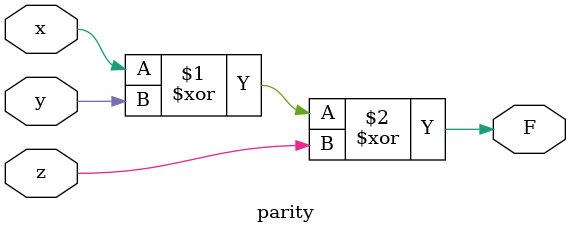
<source format=v>
module parity(

input x,y,z,

output F 
);

xor X (F,x,y,z);  

endmodule
</source>
